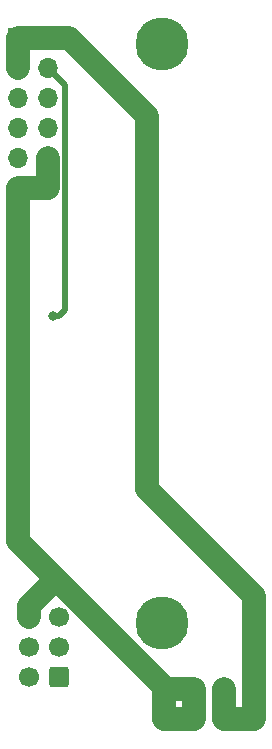
<source format=gbr>
%TF.GenerationSoftware,KiCad,Pcbnew,8.0.6*%
%TF.CreationDate,2025-02-12T13:49:43-05:00*%
%TF.ProjectId,PwrBypass,50777242-7970-4617-9373-2e6b69636164,rev?*%
%TF.SameCoordinates,Original*%
%TF.FileFunction,Copper,L1,Top*%
%TF.FilePolarity,Positive*%
%FSLAX46Y46*%
G04 Gerber Fmt 4.6, Leading zero omitted, Abs format (unit mm)*
G04 Created by KiCad (PCBNEW 8.0.6) date 2025-02-12 13:49:43*
%MOMM*%
%LPD*%
G01*
G04 APERTURE LIST*
G04 Aperture macros list*
%AMRoundRect*
0 Rectangle with rounded corners*
0 $1 Rounding radius*
0 $2 $3 $4 $5 $6 $7 $8 $9 X,Y pos of 4 corners*
0 Add a 4 corners polygon primitive as box body*
4,1,4,$2,$3,$4,$5,$6,$7,$8,$9,$2,$3,0*
0 Add four circle primitives for the rounded corners*
1,1,$1+$1,$2,$3*
1,1,$1+$1,$4,$5*
1,1,$1+$1,$6,$7*
1,1,$1+$1,$8,$9*
0 Add four rect primitives between the rounded corners*
20,1,$1+$1,$2,$3,$4,$5,0*
20,1,$1+$1,$4,$5,$6,$7,0*
20,1,$1+$1,$6,$7,$8,$9,0*
20,1,$1+$1,$8,$9,$2,$3,0*%
G04 Aperture macros list end*
%TA.AperFunction,ComponentPad*%
%ADD10R,1.700000X1.700000*%
%TD*%
%TA.AperFunction,ComponentPad*%
%ADD11O,1.700000X1.700000*%
%TD*%
%TA.AperFunction,ComponentPad*%
%ADD12C,4.500000*%
%TD*%
%TA.AperFunction,ComponentPad*%
%ADD13RoundRect,0.250000X0.600000X0.600000X-0.600000X0.600000X-0.600000X-0.600000X0.600000X-0.600000X0*%
%TD*%
%TA.AperFunction,ComponentPad*%
%ADD14C,1.700000*%
%TD*%
%TA.AperFunction,ViaPad*%
%ADD15C,0.800000*%
%TD*%
%TA.AperFunction,Conductor*%
%ADD16C,2.000000*%
%TD*%
%TA.AperFunction,Conductor*%
%ADD17C,0.500000*%
%TD*%
G04 APERTURE END LIST*
D10*
%TO.P,J14,1,Pin_1*%
%TO.N,VCC*%
X124000000Y-98100000D03*
D11*
%TO.P,J14,2,Pin_2*%
X124000000Y-100640000D03*
%TO.P,J14,3,Pin_3*%
X121460000Y-98100000D03*
%TO.P,J14,4,Pin_4*%
X121460000Y-100640000D03*
%TO.P,J14,5,Pin_5*%
%TO.N,GND*%
X118920000Y-98100000D03*
%TO.P,J14,6,Pin_6*%
X118920000Y-100640000D03*
%TO.P,J14,7,Pin_7*%
X116380000Y-98100000D03*
%TO.P,J14,8,Pin_8*%
X116380000Y-100640000D03*
%TD*%
D10*
%TO.P,J11,1,Pin_1*%
%TO.N,VCC*%
X104050000Y-42975000D03*
D11*
%TO.P,J11,2,Pin_2*%
X106590000Y-42975000D03*
%TO.P,J11,3,Pin_3*%
X104050000Y-45515000D03*
%TO.P,J11,4,Pin_4*%
%TO.N,Signal*%
X106590000Y-45515000D03*
%TO.P,J11,5,Pin_5*%
%TO.N,unconnected-(J11-Pin_5-Pad5)*%
X104050000Y-48055000D03*
%TO.P,J11,6,Pin_6*%
%TO.N,unconnected-(J11-Pin_6-Pad6)*%
X106590000Y-48055000D03*
%TO.P,J11,7,Pin_7*%
%TO.N,Red*%
X104050000Y-50595000D03*
%TO.P,J11,8,Pin_8*%
%TO.N,Green*%
X106590000Y-50595000D03*
%TO.P,J11,9,Pin_9*%
%TO.N,Blue*%
X104050000Y-53135000D03*
%TO.P,J11,10,Pin_10*%
%TO.N,GND*%
X106590000Y-53135000D03*
%TO.P,J11,11,Pin_11*%
X104050000Y-55675000D03*
%TO.P,J11,12,Pin_12*%
X106590000Y-55675000D03*
%TD*%
D12*
%TO.P,H5,1*%
%TO.N,N/C*%
X116200000Y-92480000D03*
%TD*%
D13*
%TO.P,J1,1,Pin_1*%
%TO.N,VCC*%
X107500000Y-97040000D03*
D14*
%TO.P,J1,2,Pin_2*%
%TO.N,Red*%
X104960000Y-97040000D03*
%TO.P,J1,3,Pin_3*%
%TO.N,Green*%
X107500000Y-94500000D03*
%TO.P,J1,4,Pin_4*%
%TO.N,Blue*%
X104960000Y-94500000D03*
%TO.P,J1,5,Pin_5*%
%TO.N,Signal*%
X107500000Y-91960000D03*
%TO.P,J1,6,Pin_6*%
%TO.N,GND*%
X104960000Y-91960000D03*
%TD*%
D12*
%TO.P,H1,1*%
%TO.N,N/C*%
X116200000Y-43480000D03*
%TD*%
D15*
%TO.N,Signal*%
X107000000Y-66500000D03*
%TD*%
D16*
%TO.N,GND*%
X118920000Y-100640000D02*
X116380000Y-100640000D01*
X116380000Y-98100000D02*
X116380000Y-100640000D01*
X116380000Y-98100000D02*
X118920000Y-98100000D01*
X118920000Y-98100000D02*
X118920000Y-100640000D01*
X104960000Y-91960000D02*
X104960000Y-91040000D01*
X116380000Y-97880000D02*
X107250000Y-88750000D01*
X106590000Y-55675000D02*
X106590000Y-53135000D01*
X104050000Y-55675000D02*
X106590000Y-55675000D01*
X104050000Y-85550000D02*
X104050000Y-55675000D01*
X104960000Y-91040000D02*
X107250000Y-88750000D01*
X107250000Y-88750000D02*
X104050000Y-85550000D01*
X116380000Y-100640000D02*
X116380000Y-97880000D01*
D17*
%TO.N,Signal*%
X108040000Y-46965000D02*
X106590000Y-45515000D01*
X107500000Y-66500000D02*
X108040000Y-65960000D01*
X107000000Y-66500000D02*
X107500000Y-66500000D01*
X108040000Y-65960000D02*
X108040000Y-46965000D01*
D16*
%TO.N,VCC*%
X104050000Y-42975000D02*
X104050000Y-45515000D01*
X114950000Y-49575000D02*
X108350000Y-42975000D01*
X114950000Y-81150000D02*
X114950000Y-49575000D01*
X121460000Y-98100000D02*
X121460000Y-100640000D01*
X106590000Y-42975000D02*
X104050000Y-42975000D01*
X124000000Y-90200000D02*
X114950000Y-81150000D01*
X108350000Y-42975000D02*
X106590000Y-42975000D01*
X124000000Y-100640000D02*
X124000000Y-98100000D01*
X124000000Y-100640000D02*
X121460000Y-100640000D01*
X124000000Y-98100000D02*
X124000000Y-90200000D01*
%TD*%
M02*

</source>
